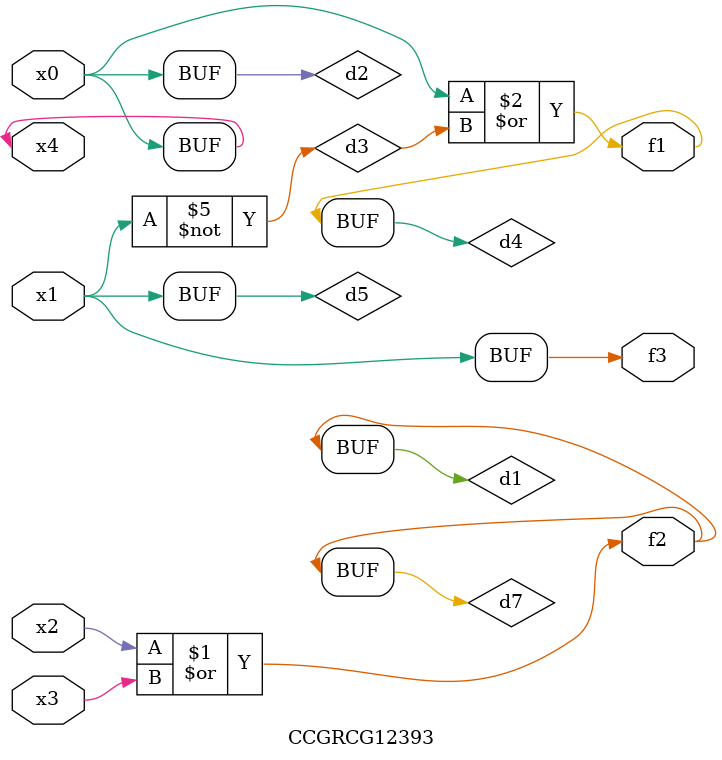
<source format=v>
module CCGRCG12393(
	input x0, x1, x2, x3, x4,
	output f1, f2, f3
);

	wire d1, d2, d3, d4, d5, d6, d7;

	or (d1, x2, x3);
	buf (d2, x0, x4);
	not (d3, x1);
	or (d4, d2, d3);
	not (d5, d3);
	nand (d6, d1, d3);
	or (d7, d1);
	assign f1 = d4;
	assign f2 = d7;
	assign f3 = d5;
endmodule

</source>
